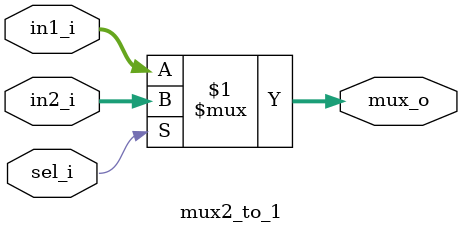
<source format=v>

module mux2_to_1 #(
  parameter Width = 8
) (
  input  [Width-1:0] in1_i,
  input  [Width-1:0] in2_i,
  input              sel_i,
  output [Width-1:0] mux_o
);

  assign mux_o = sel_i ? in2_i : in1_i;

endmodule

</source>
